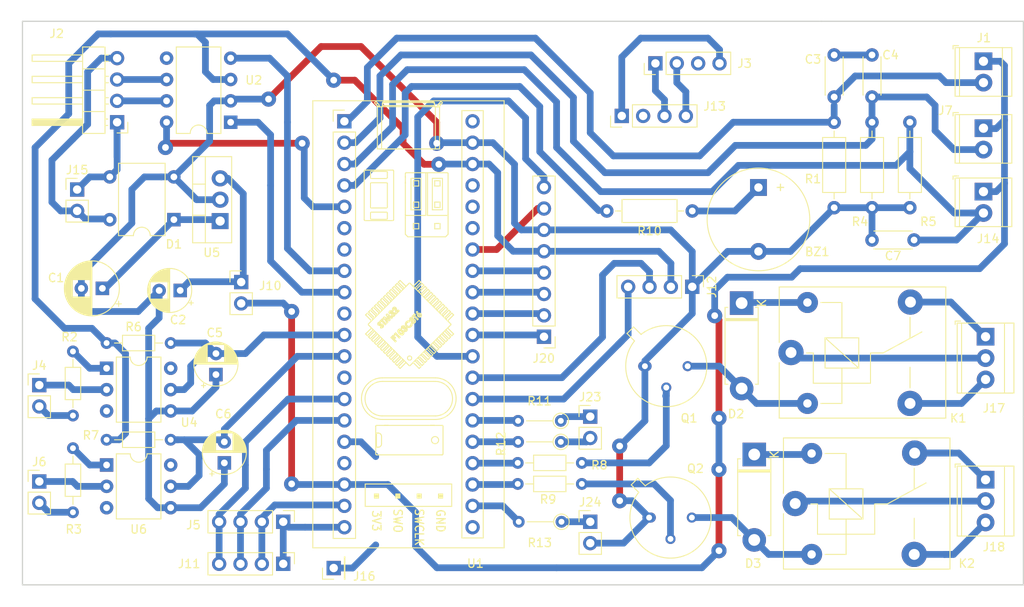
<source format=kicad_pcb>
(kicad_pcb (version 20171130) (host pcbnew 5.1.7)
  (title_block (title stm_intercom_door_sendor_board) (date 2020-10-21) (rev 1.0))
  (layers (0 F.Cu signal) (31 B.Cu signal) (34 B.Paste user) (35 F.Paste user) (36 B.SilkS user) (37 F.SilkS user) (38 B.Mask user) (39 F.Mask user) (44 Edge.Cuts user))
  (net 0 "")
  (net 1 GND)
  (net 2 "Net-(C1-Pad1)")
  (net 3 +5V)
  (net 4 door_sensor_1)
  (net 5 door_sensor_2)
  (net 6 door_bell_1)
  (net 7 door_bell_2)
  (net 8 door_sensor_3)
  (net 9 /Valt1)
  (net 10 /Valt2)
  (net 11 "Net-(D2-Pad1)")
  (net 12 "Net-(D2-Pad2)")
  (net 13 "Net-(D3-Pad1)")
  (net 14 "Net-(D3-Pad2)")
  (net 15 "Net-(J3-Pad3)")
  (net 16 /TX)
  (net 17 /RX)
  (net 18 "Net-(J4-Pad2)")
  (net 19 "Net-(J4-Pad1)")
  (net 20 "Net-(J6-Pad2)")
  (net 21 "Net-(J6-Pad1)")
  (net 22 GND_SCL)
  (net 23 USART2_TX)
  (net 24 USART2_RX)
  (net 25 "Net-(J13-Pad2)")
  (net 26 "Net-(J17-Pad3)")
  (net 27 "Net-(J17-Pad2)")
  (net 28 "Net-(J17-Pad1)")
  (net 29 "Net-(J18-Pad3)")
  (net 30 "Net-(J18-Pad2)")
  (net 31 "Net-(J18-Pad1)")
  (net 32 "Net-(Q1-Pad2)")
  (net 33 "Net-(Q2-Pad2)")
  (net 34 "Net-(R2-Pad1)")
  (net 35 "Net-(R3-Pad1)")
  (net 36 relais1)
  (net 37 relais2)
  (net 38 "Net-(U1-Pad21)")
  (net 39 "Net-(U1-Pad17)")
  (net 40 "Net-(U1-Pad13)")
  (net 41 "Net-(U1-Pad10)")
  (net 42 CAN_TX)
  (net 43 CAN_RX)
  (net 44 CAN_EN)
  (net 45 "Net-(U1-Pad36)")
  (net 46 "Net-(U1-Pad37)")
  (net 47 "Net-(U1-Pad40)")
  (net 48 "Net-(U2-Pad5)")
  (net 49 "Net-(U4-Pad6)")
  (net 50 "Net-(U4-Pad3)")
  (net 51 "Net-(U6-Pad6)")
  (net 52 "Net-(U6-Pad3)")
  (net 53 I2C_SCL)
  (net 54 I2C_SDA)
  (net 55 VCC)
  (net 56 I2C_IRQ)
  (net 57 PN_RSTO)
  (net 58 PN_IRQ)
  (net 59 PN_SS)
  (net 60 PN_MOSI)
  (net 61 PN_MISO)
  (net 62 PN_SCK)
  (net 63 "Net-(BZ1-Pad1)")
  (net 64 /CANL)
  (net 65 /CANH)
  (net 66 buzz)
  (net 67 "Net-(U1-Pad35)")
  (net 68 /LED1)
  (net 69 /LED2)
  (net 70 /LED3)
  (net 71 led1)
  (net 72 led2)
  (net 73 led3)
  (net 74 USART1_RX)
  (net 75 USART1_TX)
  (net 76 /GND_232)
  (net 77 "Net-(C2-Pad1)")
  (net 78 3v3_I2C)
  (module Resistor_THT:R_Axial_DIN0207_L6.3mm_D2.5mm_P10.16mm_Horizontal (layer F.Cu) (at 167.629 75.07 180)
    (fp_text reference R10 (at 5.08 -2.37) (layer F.SilkS))
    (fp_text value R)
    (pad 2 thru_hole oval (at 10.16 0 180) (size 1.6 1.6) (drill 0.8) (layers *.Cu *.Mask) (net 66 buzz))
    (pad 1 thru_hole circle (at 0 0 180) (size 1.6 1.6) (drill 0.8) (layers *.Cu *.Mask) (net 63 "Net-(BZ1-Pad1)"))
  )
  (module Capacitor_THT:CP_Radial_D5.0mm_P2.50mm (layer F.Cu) (at 112 105.02 90)
    (fp_text reference C6 (at 5.82 -0.124 180) (layer F.SilkS))
    (fp_text value C)
    (pad 2 thru_hole circle (at 2.5 0 90) (size 1.6 1.6) (drill 0.8) (layers *.Cu *.Mask) (net 7 door_bell_2))
    (pad 1 thru_hole rect (at 0 0 90) (size 1.6 1.6) (drill 0.8) (layers *.Cu *.Mask) (net 1 GND))
  )
  (module Connector_PinHeader_2.54mm:PinHeader_1x04_P2.54mm_Vertical (layer F.Cu) (at 119 117.02 270)
    (fp_text reference J11 (at 0 11.188 180) (layer F.SilkS))
    (fp_text value Conn_01x04)
    (pad 4 thru_hole oval (at 0 7.62 270) (size 1.7 1.7) (drill 1) (layers *.Cu *.Mask) (net 53 I2C_SCL))
    (pad 3 thru_hole oval (at 0 5.08 270) (size 1.7 1.7) (drill 1) (layers *.Cu *.Mask) (net 54 I2C_SDA))
    (pad 2 thru_hole oval (at 0 2.54 270) (size 1.7 1.7) (drill 1) (layers *.Cu *.Mask) (net 22 GND_SCL))
    (pad 1 thru_hole rect (at 0 0 270) (size 1.7 1.7) (drill 1) (layers *.Cu *.Mask) (net 78 3v3_I2C))
  )
  (module Connector_PinHeader_2.54mm:PinHeader_1x04_P2.54mm_Vertical (layer F.Cu) (at 163.25 57.52 90)
    (fp_text reference J3 (at -0.024 10.602 180) (layer F.SilkS))
    (fp_text value Conn_01x04)
    (pad 4 thru_hole oval (at 0 7.62 90) (size 1.7 1.7) (drill 1) (layers *.Cu *.Mask) (net 76 /GND_232))
    (pad 3 thru_hole oval (at 0 5.08 90) (size 1.7 1.7) (drill 1) (layers *.Cu *.Mask) (net 15 "Net-(J3-Pad3)"))
    (pad 2 thru_hole oval (at 0 2.54 90) (size 1.7 1.7) (drill 1) (layers *.Cu *.Mask) (net 16 /TX))
    (pad 1 thru_hole rect (at 0 0 90) (size 1.7 1.7) (drill 1) (layers *.Cu *.Mask) (net 17 /RX))
  )
  (module Capacitor_THT:C_Disc_D4.3mm_W1.9mm_P5.00mm (layer F.Cu) (at 189 78.52)
    (fp_text reference C7 (at 2.5 1.884) (layer F.SilkS))
    (fp_text value C)
    (pad 2 thru_hole circle (at 5 0) (size 1.6 1.6) (drill 0.8) (layers *.Cu *.Mask) (net 8 door_sensor_3))
    (pad 1 thru_hole circle (at 0 0) (size 1.6 1.6) (drill 0.8) (layers *.Cu *.Mask) (net 1 GND))
  )
  (module Capacitor_THT:C_Disc_D4.3mm_W1.9mm_P5.00mm (layer F.Cu) (at 189 56.52 270)
    (fp_text reference C4 (at 0.008 -2.2 180) (layer F.SilkS))
    (fp_text value C)
    (pad 2 thru_hole circle (at 5 0 270) (size 1.6 1.6) (drill 0.8) (layers *.Cu *.Mask) (net 5 door_sensor_2))
    (pad 1 thru_hole circle (at 0 0 270) (size 1.6 1.6) (drill 0.8) (layers *.Cu *.Mask) (net 1 GND))
  )
  (module Capacitor_THT:C_Disc_D4.3mm_W1.9mm_P5.00mm (layer F.Cu) (at 184.5 56.52 270)
    (fp_text reference C3 (at 0.516 2.52 180) (layer F.SilkS))
    (fp_text value C)
    (pad 2 thru_hole circle (at 5 0 270) (size 1.6 1.6) (drill 0.8) (layers *.Cu *.Mask) (net 4 door_sensor_1))
    (pad 1 thru_hole circle (at 0 0 270) (size 1.6 1.6) (drill 0.8) (layers *.Cu *.Mask) (net 1 GND))
  )
  (module TerminalBlock_TE-Connectivity:TerminalBlock_TE_282834-3_1x03_P2.54mm_Horizontal (layer F.Cu) (at 202.5 107.02 270)
    (fp_text reference J18 (at 8 -1 180) (layer F.SilkS))
    (fp_text value Screw_Terminal_01x03)
    (pad 3 thru_hole circle (at 5.08 0 270) (size 2.1 2.1) (drill 1.1) (layers *.Cu *.Mask) (net 29 "Net-(J18-Pad3)"))
    (pad 2 thru_hole circle (at 2.54 0 270) (size 2.1 2.1) (drill 1.1) (layers *.Cu *.Mask) (net 30 "Net-(J18-Pad2)"))
    (pad 1 thru_hole rect (at 0 0 270) (size 2.1 2.1) (drill 1.1) (layers *.Cu *.Mask) (net 31 "Net-(J18-Pad1)"))
  )
  (module TerminalBlock_TE-Connectivity:TerminalBlock_TE_282834-3_1x03_P2.54mm_Horizontal (layer F.Cu) (at 202.5 90.02 270)
    (fp_text reference J17 (at 8.5 -1 180) (layer F.SilkS))
    (fp_text value Screw_Terminal_01x03)
    (pad 3 thru_hole circle (at 5.08 0 270) (size 2.1 2.1) (drill 1.1) (layers *.Cu *.Mask) (net 26 "Net-(J17-Pad3)"))
    (pad 2 thru_hole circle (at 2.54 0 270) (size 2.1 2.1) (drill 1.1) (layers *.Cu *.Mask) (net 27 "Net-(J17-Pad2)"))
    (pad 1 thru_hole rect (at 0 0 270) (size 2.1 2.1) (drill 1.1) (layers *.Cu *.Mask) (net 28 "Net-(J17-Pad1)"))
  )
  (module TerminalBlock_TE-Connectivity:TerminalBlock_TE_282834-2_1x02_P2.54mm_Horizontal (layer F.Cu) (at 202.25 65.23 270)
    (fp_text reference J7 (at -2.098 4.522 180) (layer F.SilkS))
    (fp_text value Screw_Terminal_01x02)
    (pad 2 thru_hole circle (at 2.54 0 270) (size 2.1 2.1) (drill 1.1) (layers *.Cu *.Mask) (net 5 door_sensor_2))
    (pad 1 thru_hole rect (at 0 0 270) (size 2.1 2.1) (drill 1.1) (layers *.Cu *.Mask) (net 3 +5V))
  )
  (module TerminalBlock_TE-Connectivity:TerminalBlock_TE_282834-2_1x02_P2.54mm_Horizontal (layer F.Cu) (at 202.25 57.27 270)
    (fp_text reference J1 (at -2.774 -0.05 180) (layer F.SilkS))
    (fp_text value Screw_Terminal_01x02)
    (pad 2 thru_hole circle (at 2.54 0 270) (size 2.1 2.1) (drill 1.1) (layers *.Cu *.Mask) (net 4 door_sensor_1))
    (pad 1 thru_hole rect (at 0 0 270) (size 2.1 2.1) (drill 1.1) (layers *.Cu *.Mask) (net 3 +5V))
  )
  (module TerminalBlock_TE-Connectivity:TerminalBlock_TE_282834-2_1x02_P2.54mm_Horizontal (layer F.Cu) (at 202.25 72.77 270)
    (fp_text reference J14 (at 5.602 -0.558 180) (layer F.SilkS))
    (fp_text value Screw_Terminal_01x02)
    (pad 2 thru_hole circle (at 2.54 0 270) (size 2.1 2.1) (drill 1.1) (layers *.Cu *.Mask) (net 8 door_sensor_3))
    (pad 1 thru_hole rect (at 0 0 270) (size 2.1 2.1) (drill 1.1) (layers *.Cu *.Mask) (net 3 +5V))
  )
  (module Connector_PinHeader_2.54mm:PinHeader_1x04_P2.54mm_Vertical (layer F.Cu) (at 167.629 84.087 270)
    (fp_text reference J12 (at 0 -2.33 90) (layer F.SilkS))
    (fp_text value Conn_01x04)
    (pad 4 thru_hole oval (at 0 7.62 270) (size 1.7 1.7) (drill 1) (layers *.Cu *.Mask) (net 23 USART2_TX))
    (pad 3 thru_hole oval (at 0 5.08 270) (size 1.7 1.7) (drill 1) (layers *.Cu *.Mask) (net 24 USART2_RX))
    (pad 2 thru_hole oval (at 0 2.54 270) (size 1.7 1.7) (drill 1) (layers *.Cu *.Mask) (net 55 VCC))
    (pad 1 thru_hole rect (at 0 0 270) (size 1.7 1.7) (drill 1) (layers *.Cu *.Mask) (net 1 GND))
  )
  (module Connector_PinHeader_2.54mm:PinHeader_1x02_P2.54mm_Vertical (layer F.Cu) (at 155.5 112.02)
    (fp_text reference J24 (at 0 -2.33) (layer F.SilkS))
    (fp_text value Conn_01x02)
    (pad 2 thru_hole oval (at 0 2.54) (size 1.7 1.7) (drill 1) (layers *.Cu *.Mask) (net 1 GND))
    (pad 1 thru_hole rect (at 0 0) (size 1.7 1.7) (drill 1) (layers *.Cu *.Mask) (net 70 /LED3))
  )
  (module Connector_PinHeader_2.54mm:PinHeader_1x02_P2.54mm_Vertical (layer F.Cu) (at 155.5 99.52)
    (fp_text reference J23 (at 0 -2.33) (layer F.SilkS))
    (fp_text value Conn_01x02)
    (pad 2 thru_hole oval (at 0 2.54) (size 1.7 1.7) (drill 1) (layers *.Cu *.Mask) (net 69 /LED2))
    (pad 1 thru_hole rect (at 0 0) (size 1.7 1.7) (drill 1) (layers *.Cu *.Mask) (net 68 /LED1))
  )
  (module Resistor_THT:R_Axial_DIN0204_L3.6mm_D1.6mm_P5.08mm_Vertical (layer F.Cu) (at 152 102.52 180)
    (fp_text reference R12 (at 7.104 -0.236 90) (layer F.SilkS))
    (fp_text value 330)
    (pad 2 thru_hole oval (at 5.08 0 180) (size 1.4 1.4) (drill 0.7) (layers *.Cu *.Mask) (net 72 led2))
    (pad 1 thru_hole circle (at 0 0 180) (size 1.4 1.4) (drill 0.7) (layers *.Cu *.Mask) (net 69 /LED2))
  )
  (module Resistor_THT:R_Axial_DIN0204_L3.6mm_D1.6mm_P5.08mm_Vertical (layer F.Cu) (at 152.08 112.02 180)
    (fp_text reference R13 (at 2.58 -2.5) (layer F.SilkS))
    (fp_text value 330)
    (pad 2 thru_hole oval (at 5.08 0 180) (size 1.4 1.4) (drill 0.7) (layers *.Cu *.Mask) (net 73 led3))
    (pad 1 thru_hole circle (at 0 0 180) (size 1.4 1.4) (drill 0.7) (layers *.Cu *.Mask) (net 70 /LED3))
  )
  (module Resistor_THT:R_Axial_DIN0204_L3.6mm_D1.6mm_P5.08mm_Vertical (layer F.Cu) (at 152 100.02 180)
    (fp_text reference R11 (at 2.532 2.344 180) (layer F.SilkS))
    (fp_text value 330)
    (pad 2 thru_hole oval (at 5.08 0 180) (size 1.4 1.4) (drill 0.7) (layers *.Cu *.Mask) (net 71 led1))
    (pad 1 thru_hole circle (at 0 0 180) (size 1.4 1.4) (drill 0.7) (layers *.Cu *.Mask) (net 68 /LED1))
  )
  (module Buzzer_Beeper:Buzzer_12x9.5RM7.6 (layer F.Cu) (at 175.5 72.276 270)
    (fp_text reference BZ1 (at 7.642 -6.988 180) (layer F.SilkS))
    (fp_text value Buzzer)
    (fp_text user + (at -0.01 -2.54 90) (layer F.SilkS))
    (pad 2 thru_hole circle (at 7.6 0 270) (size 2 2) (drill 1) (layers *.Cu *.Mask) (net 1 GND))
    (pad 1 thru_hole rect (at 0 0 270) (size 2 2) (drill 1) (layers *.Cu *.Mask) (net 63 "Net-(BZ1-Pad1)"))
  )
  (module Connector_PinHeader_2.54mm:PinHeader_1x08_P2.54mm_Vertical (layer F.Cu) (at 150 90.02 180)
    (fp_text reference J20 (at 0.024 -2.576) (layer F.SilkS))
    (fp_text value Conn_01x08)
    (pad 8 thru_hole oval (at 0 17.78 180) (size 1.7 1.7) (drill 1) (layers *.Cu *.Mask) (net 57 PN_RSTO))
    (pad 7 thru_hole oval (at 0 15.24 180) (size 1.7 1.7) (drill 1) (layers *.Cu *.Mask) (net 58 PN_IRQ))
    (pad 6 thru_hole oval (at 0 12.7 180) (size 1.7 1.7) (drill 1) (layers *.Cu *.Mask) (net 1 GND))
    (pad 5 thru_hole oval (at 0 10.16 180) (size 1.7 1.7) (drill 1) (layers *.Cu *.Mask) (net 55 VCC))
    (pad 4 thru_hole oval (at 0 7.62 180) (size 1.7 1.7) (drill 1) (layers *.Cu *.Mask) (net 59 PN_SS))
    (pad 3 thru_hole oval (at 0 5.08 180) (size 1.7 1.7) (drill 1) (layers *.Cu *.Mask) (net 60 PN_MOSI))
    (pad 2 thru_hole oval (at 0 2.54 180) (size 1.7 1.7) (drill 1) (layers *.Cu *.Mask) (net 61 PN_MISO))
    (pad 1 thru_hole rect (at 0 0 180) (size 1.7 1.7) (drill 1) (layers *.Cu *.Mask) (net 62 PN_SCK))
  )
  (module Diode_THT:D_5W_P10.16mm_Horizontal (layer F.Cu) (at 175 104.02 270)
    (fp_text reference D3 (at 12.96 0.132 180) (layer F.SilkS))
    (fp_text value D)
    (fp_text user K (at 0 -2.4 90) (layer F.SilkS))
    (pad 2 thru_hole oval (at 10.16 0 270) (size 2.8 2.8) (drill 1.4) (layers *.Cu *.Mask) (net 14 "Net-(D3-Pad2)"))
    (pad 1 thru_hole rect (at 0 0 270) (size 2.8 2.8) (drill 1.4) (layers *.Cu *.Mask) (net 13 "Net-(D3-Pad1)"))
  )
  (module Diode_THT:D_5W_P10.16mm_Horizontal (layer F.Cu) (at 173.5 86.02 270)
    (fp_text reference D2 (at 13.18 0.664 180) (layer F.SilkS))
    (fp_text value D)
    (fp_text user K (at 0 -2.4 90) (layer F.SilkS))
    (pad 2 thru_hole oval (at 10.16 0 270) (size 2.8 2.8) (drill 1.4) (layers *.Cu *.Mask) (net 12 "Net-(D2-Pad2)"))
    (pad 1 thru_hole rect (at 0 0 270) (size 2.8 2.8) (drill 1.4) (layers *.Cu *.Mask) (net 11 "Net-(D2-Pad1)"))
  )
  (module Package_DIP:DIP-6_W7.62mm (layer F.Cu) (at 98 105.27)
    (fp_text reference U6 (at 3.81 7.646) (layer F.SilkS))
    (fp_text value 4N25)
    (pad 6 thru_hole oval (at 7.62 0) (size 1.6 1.6) (drill 0.8) (layers *.Cu *.Mask) (net 51 "Net-(U6-Pad6)"))
    (pad 3 thru_hole oval (at 0 5.08) (size 1.6 1.6) (drill 0.8) (layers *.Cu *.Mask) (net 52 "Net-(U6-Pad3)"))
    (pad 5 thru_hole oval (at 7.62 2.54) (size 1.6 1.6) (drill 0.8) (layers *.Cu *.Mask) (net 7 door_bell_2))
    (pad 2 thru_hole oval (at 0 2.54) (size 1.6 1.6) (drill 0.8) (layers *.Cu *.Mask) (net 21 "Net-(J6-Pad1)"))
    (pad 4 thru_hole oval (at 7.62 5.08) (size 1.6 1.6) (drill 0.8) (layers *.Cu *.Mask) (net 1 GND))
    (pad 1 thru_hole rect (at 0 0) (size 1.6 1.6) (drill 0.8) (layers *.Cu *.Mask) (net 35 "Net-(R3-Pad1)"))
  )
  (module Package_TO_SOT_THT:TO-220-3_Vertical (layer F.Cu) (at 111.5 76.27 90)
    (fp_text reference U5 (at -3.75 -1 180) (layer F.SilkS))
    (fp_text value L7805)
    (pad 3 thru_hole oval (at 5.08 0 90) (size 1.905 2) (drill 1.1) (layers *.Cu *.Mask) (net 77 "Net-(C2-Pad1)"))
    (pad 2 thru_hole oval (at 2.54 0 90) (size 1.905 2) (drill 1.1) (layers *.Cu *.Mask) (net 1 GND))
    (pad 1 thru_hole rect (at 0 0 90) (size 1.905 2) (drill 1.1) (layers *.Cu *.Mask) (net 2 "Net-(C1-Pad1)"))
  )
  (module Package_DIP:DIP-6_W7.62mm (layer F.Cu) (at 98 93.77)
    (fp_text reference U4 (at 9.812 6.446) (layer F.SilkS))
    (fp_text value 4N25)
    (pad 6 thru_hole oval (at 7.62 0) (size 1.6 1.6) (drill 0.8) (layers *.Cu *.Mask) (net 49 "Net-(U4-Pad6)"))
    (pad 3 thru_hole oval (at 0 5.08) (size 1.6 1.6) (drill 0.8) (layers *.Cu *.Mask) (net 50 "Net-(U4-Pad3)"))
    (pad 5 thru_hole oval (at 7.62 2.54) (size 1.6 1.6) (drill 0.8) (layers *.Cu *.Mask) (net 6 door_bell_1))
    (pad 2 thru_hole oval (at 0 2.54) (size 1.6 1.6) (drill 0.8) (layers *.Cu *.Mask) (net 19 "Net-(J4-Pad1)"))
    (pad 4 thru_hole oval (at 7.62 5.08) (size 1.6 1.6) (drill 0.8) (layers *.Cu *.Mask) (net 1 GND))
    (pad 1 thru_hole rect (at 0 0) (size 1.6 1.6) (drill 0.8) (layers *.Cu *.Mask) (net 34 "Net-(R2-Pad1)"))
  )
  (module Package_DIP:DIP-8_W7.62mm (layer F.Cu) (at 112.75 64.52 180)
    (fp_text reference U2 (at -2.75 5) (layer F.SilkS))
    (fp_text value MCP2551-I-P)
    (pad 8 thru_hole oval (at 7.62 0 180) (size 1.6 1.6) (drill 0.8) (layers *.Cu *.Mask) (net 44 CAN_EN))
    (pad 4 thru_hole oval (at 0 7.62 180) (size 1.6 1.6) (drill 0.8) (layers *.Cu *.Mask) (net 43 CAN_RX))
    (pad 7 thru_hole oval (at 7.62 2.54 180) (size 1.6 1.6) (drill 0.8) (layers *.Cu *.Mask) (net 65 /CANH))
    (pad 3 thru_hole oval (at 0 5.08 180) (size 1.6 1.6) (drill 0.8) (layers *.Cu *.Mask) (net 55 VCC))
    (pad 6 thru_hole oval (at 7.62 5.08 180) (size 1.6 1.6) (drill 0.8) (layers *.Cu *.Mask) (net 64 /CANL))
    (pad 2 thru_hole oval (at 0 2.54 180) (size 1.6 1.6) (drill 0.8) (layers *.Cu *.Mask) (net 1 GND))
    (pad 5 thru_hole oval (at 7.62 7.62 180) (size 1.6 1.6) (drill 0.8) (layers *.Cu *.Mask) (net 48 "Net-(U2-Pad5)"))
    (pad 1 thru_hole rect (at 0 0 180) (size 1.6 1.6) (drill 0.8) (layers *.Cu *.Mask) (net 42 CAN_TX))
  )
  (module Footprints:YAAJ_BluePill_1 (layer F.Cu) (at 126.27 64.41)
    (fp_text reference U1 (at 15.578 52.57) (layer F.SilkS))
    (fp_text value YAAJ_BluePill_Part_Like hide)
    (fp_text user GND (at 11.43 47.498 270 unlocked) (layer F.SilkS) (effects (font (size 1 0.9))))
    (fp_text user SWCLK (at 8.89 48.26 270 unlocked) (layer F.SilkS) (effects (font (size 1 0.9))))
    (fp_text user SWO (at 6.35 47.498 270 unlocked) (layer F.SilkS) (effects (font (size 1 0.9))))
    (fp_text user 3V3 (at 3.81 47.498 270 unlocked) (layer F.SilkS) (effects (font (size 1 0.9))))
    (pad 20 thru_hole circle (at 0 48.26) (size 1.7 1.7) (drill 1) (layers *.Cu *.Mask) (net 78 3v3_I2C))
    (pad 21 thru_hole circle (at 15.24 48.26) (size 1.7 1.7) (drill 1) (layers *.Cu *.Mask) (net 38 "Net-(U1-Pad21)"))
    (pad 19 thru_hole circle (at 0 45.72) (size 1.7 1.7) (drill 1) (layers *.Cu *.Mask) (net 22 GND_SCL))
    (pad 22 thru_hole circle (at 15.24 45.72) (size 1.7 1.7) (drill 1) (layers *.Cu *.Mask) (net 73 led3))
    (pad 18 thru_hole circle (at 0 43.18) (size 1.7 1.7) (drill 1) (layers *.Cu *.Mask) (net 3 +5V))
    (pad 23 thru_hole circle (at 15.24 43.18) (size 1.7 1.7) (drill 1) (layers *.Cu *.Mask) (net 37 relais2))
    (pad 17 thru_hole circle (at 0 40.64) (size 1.7 1.7) (drill 1) (layers *.Cu *.Mask) (net 39 "Net-(U1-Pad17)"))
    (pad 24 thru_hole circle (at 15.24 40.64) (size 1.7 1.7) (drill 1) (layers *.Cu *.Mask) (net 36 relais1))
    (pad 16 thru_hole circle (at 0 38.1) (size 1.7 1.7) (drill 1) (layers *.Cu *.Mask) (net 56 I2C_IRQ))
    (pad 25 thru_hole circle (at 15.24 38.1) (size 1.7 1.7) (drill 1) (layers *.Cu *.Mask) (net 72 led2))
    (pad 15 thru_hole circle (at 0 35.56) (size 1.7 1.7) (drill 1) (layers *.Cu *.Mask) (net 54 I2C_SDA))
    (pad 26 thru_hole circle (at 15.24 35.56) (size 1.7 1.7) (drill 1) (layers *.Cu *.Mask) (net 71 led1))
    (pad 14 thru_hole circle (at 0 33.02) (size 1.7 1.7) (drill 1) (layers *.Cu *.Mask) (net 53 I2C_SCL))
    (pad 27 thru_hole circle (at 15.24 33.02) (size 1.7 1.7) (drill 1) (layers *.Cu *.Mask) (net 23 USART2_TX))
    (pad 13 thru_hole circle (at 0 30.48) (size 1.7 1.7) (drill 1) (layers *.Cu *.Mask) (net 40 "Net-(U1-Pad13)"))
    (pad 28 thru_hole circle (at 15.24 30.48) (size 1.7 1.7) (drill 1) (layers *.Cu *.Mask) (net 24 USART2_RX))
    (pad 12 thru_hole circle (at 0 27.94) (size 1.7 1.7) (drill 1) (layers *.Cu *.Mask) (net 7 door_bell_2))
    (pad 29 thru_hole circle (at 15.24 27.94) (size 1.7 1.7) (drill 1) (layers *.Cu *.Mask) (net 57 PN_RSTO))
    (pad 11 thru_hole circle (at 0 25.4) (size 1.7 1.7) (drill 1) (layers *.Cu *.Mask) (net 6 door_bell_1))
    (pad 30 thru_hole circle (at 15.24 25.4) (size 1.7 1.7) (drill 1) (layers *.Cu *.Mask) (net 62 PN_SCK))
    (pad 10 thru_hole circle (at 0 22.86) (size 1.7 1.7) (drill 1) (layers *.Cu *.Mask) (net 41 "Net-(U1-Pad10)"))
    (pad 31 thru_hole circle (at 15.24 22.86) (size 1.7 1.7) (drill 1) (layers *.Cu *.Mask) (net 61 PN_MISO))
    (pad 9 thru_hole circle (at 0 20.32) (size 1.7 1.7) (drill 1) (layers *.Cu *.Mask) (net 42 CAN_TX))
    (pad 32 thru_hole circle (at 15.24 20.32) (size 1.7 1.7) (drill 1) (layers *.Cu *.Mask) (net 60 PN_MOSI))
    (pad 8 thru_hole circle (at 0 17.78) (size 1.7 1.7) (drill 1) (layers *.Cu *.Mask) (net 43 CAN_RX))
    (pad 33 thru_hole circle (at 15.24 17.78) (size 1.7 1.7) (drill 1) (layers *.Cu *.Mask) (net 59 PN_SS))
    (pad 7 thru_hole circle (at 0 15.24) (size 1.7 1.7) (drill 1) (layers *.Cu *.Mask) (net 74 USART1_RX))
    (pad 34 thru_hole circle (at 15.24 15.24) (size 1.7 1.7) (drill 1) (layers *.Cu *.Mask) (net 58 PN_IRQ))
    (pad 6 thru_hole circle (at 0 12.7) (size 1.7 1.7) (drill 1) (layers *.Cu *.Mask) (net 75 USART1_TX))
    (pad 35 thru_hole circle (at 15.24 12.7) (size 1.7 1.7) (drill 1) (layers *.Cu *.Mask) (net 67 "Net-(U1-Pad35)"))
    (pad 5 thru_hole circle (at 0 10.16) (size 1.7 1.7) (drill 1) (layers *.Cu *.Mask) (net 44 CAN_EN))
    (pad 36 thru_hole circle (at 15.24 10.16) (size 1.7 1.7) (drill 1) (layers *.Cu *.Mask) (net 45 "Net-(U1-Pad36)"))
    (pad 4 thru_hole circle (at 0 7.62) (size 1.7 1.7) (drill 1) (layers *.Cu *.Mask) (net 66 buzz))
    (pad 37 thru_hole circle (at 15.24 7.62) (size 1.7 1.7) (drill 1) (layers *.Cu *.Mask) (net 46 "Net-(U1-Pad37)"))
    (pad 3 thru_hole circle (at 0 5.08) (size 1.7 1.7) (drill 1) (layers *.Cu *.Mask) (net 8 door_sensor_3))
    (pad 38 thru_hole circle (at 15.24 5.08) (size 1.7 1.7) (drill 1) (layers *.Cu *.Mask) (net 55 VCC))
    (pad 2 thru_hole circle (at 0 2.54) (size 1.7 1.7) (drill 1) (layers *.Cu *.Mask) (net 5 door_sensor_2))
    (pad 39 thru_hole circle (at 15.24 2.54) (size 1.7 1.7) (drill 1) (layers *.Cu *.Mask) (net 1 GND))
    (pad 1 thru_hole rect (at 0 0) (size 1.7 1.7) (drill 1) (layers *.Cu *.Mask) (net 4 door_sensor_1))
    (pad 40 thru_hole circle (at 15.24 0) (size 1.7 1.7) (drill 1) (layers *.Cu *.Mask) (net 47 "Net-(U1-Pad40)"))
  )
  (module Resistor_THT:R_Axial_DIN0204_L3.6mm_D1.6mm_P7.62mm_Horizontal (layer F.Cu) (at 154.5 107.52 180)
    (fp_text reference R9 (at 4.016 -1.84) (layer F.SilkS))
    (fp_text value 330)
    (pad 2 thru_hole oval (at 7.62 0 180) (size 1.4 1.4) (drill 0.7) (layers *.Cu *.Mask) (net 37 relais2))
    (pad 1 thru_hole circle (at 0 0 180) (size 1.4 1.4) (drill 0.7) (layers *.Cu *.Mask) (net 33 "Net-(Q2-Pad2)"))
  )
  (module Resistor_THT:R_Axial_DIN0204_L3.6mm_D1.6mm_P7.62mm_Horizontal (layer F.Cu) (at 154.5 105.02 180)
    (fp_text reference R8 (at -2.08 -0.276) (layer F.SilkS))
    (fp_text value 330)
    (pad 2 thru_hole oval (at 7.62 0 180) (size 1.4 1.4) (drill 0.7) (layers *.Cu *.Mask) (net 36 relais1))
    (pad 1 thru_hole circle (at 0 0 180) (size 1.4 1.4) (drill 0.7) (layers *.Cu *.Mask) (net 32 "Net-(Q1-Pad2)"))
  )
  (module Resistor_THT:R_Axial_DIN0204_L3.6mm_D1.6mm_P7.62mm_Horizontal (layer F.Cu) (at 98 102.27)
    (fp_text reference R7 (at -1.872 -0.53) (layer F.SilkS))
    (fp_text value 330)
    (pad 2 thru_hole oval (at 7.62 0) (size 1.4 1.4) (drill 0.7) (layers *.Cu *.Mask) (net 7 door_bell_2))
    (pad 1 thru_hole circle (at 0 0) (size 1.4 1.4) (drill 0.7) (layers *.Cu *.Mask) (net 55 VCC))
  )
  (module Resistor_THT:R_Axial_DIN0204_L3.6mm_D1.6mm_P7.62mm_Horizontal (layer F.Cu) (at 98 90.77)
    (fp_text reference R6 (at 3.208 -1.92) (layer F.SilkS))
    (fp_text value 330)
    (pad 2 thru_hole oval (at 7.62 0) (size 1.4 1.4) (drill 0.7) (layers *.Cu *.Mask) (net 6 door_bell_1))
    (pad 1 thru_hole circle (at 0 0) (size 1.4 1.4) (drill 0.7) (layers *.Cu *.Mask) (net 55 VCC))
  )
  (module Resistor_THT:R_Axial_DIN0207_L6.3mm_D2.5mm_P10.16mm_Horizontal (layer F.Cu) (at 193.5 64.52 270)
    (fp_text reference R5 (at 11.82 -2.196 180) (layer F.SilkS))
    (fp_text value 10k)
    (pad 2 thru_hole oval (at 10.16 0 270) (size 1.6 1.6) (drill 0.8) (layers *.Cu *.Mask) (net 1 GND))
    (pad 1 thru_hole circle (at 0 0 270) (size 1.6 1.6) (drill 0.8) (layers *.Cu *.Mask) (net 8 door_sensor_3))
  )
  (module Resistor_THT:R_Axial_DIN0207_L6.3mm_D2.5mm_P10.16mm_Horizontal (layer F.Cu) (at 189 64.52 270)
    (fp_text reference R4 (at 11.82 1.432 180) (layer F.SilkS))
    (fp_text value 10k)
    (pad 2 thru_hole oval (at 10.16 0 270) (size 1.6 1.6) (drill 0.8) (layers *.Cu *.Mask) (net 1 GND))
    (pad 1 thru_hole circle (at 0 0 270) (size 1.6 1.6) (drill 0.8) (layers *.Cu *.Mask) (net 5 door_sensor_2))
  )
  (module Resistor_THT:R_Axial_DIN0204_L3.6mm_D1.6mm_P7.62mm_Horizontal (layer F.Cu) (at 94 103.27 270)
    (fp_text reference R3 (at 9.646 -0.096 180) (layer F.SilkS))
    (fp_text value 330)
    (pad 2 thru_hole oval (at 7.62 0 270) (size 1.4 1.4) (drill 0.7) (layers *.Cu *.Mask) (net 20 "Net-(J6-Pad2)"))
    (pad 1 thru_hole circle (at 0 0 270) (size 1.4 1.4) (drill 0.7) (layers *.Cu *.Mask) (net 35 "Net-(R3-Pad1)"))
  )
  (module Resistor_THT:R_Axial_DIN0204_L3.6mm_D1.6mm_P7.62mm_Horizontal (layer F.Cu) (at 94 91.77 270)
    (fp_text reference R2 (at -1.714 0.412 180) (layer F.SilkS))
    (fp_text value 330)
    (pad 2 thru_hole oval (at 7.62 0 270) (size 1.4 1.4) (drill 0.7) (layers *.Cu *.Mask) (net 18 "Net-(J4-Pad2)"))
    (pad 1 thru_hole circle (at 0 0 270) (size 1.4 1.4) (drill 0.7) (layers *.Cu *.Mask) (net 34 "Net-(R2-Pad1)"))
  )
  (module Resistor_THT:R_Axial_DIN0207_L6.3mm_D2.5mm_P10.16mm_Horizontal (layer F.Cu) (at 184.5 64.52 270)
    (fp_text reference R1 (at 6.74 2.52 180) (layer F.SilkS))
    (fp_text value 10k)
    (pad 2 thru_hole oval (at 10.16 0 270) (size 1.6 1.6) (drill 0.8) (layers *.Cu *.Mask) (net 1 GND))
    (pad 1 thru_hole circle (at 0 0 270) (size 1.6 1.6) (drill 0.8) (layers *.Cu *.Mask) (net 4 door_sensor_1))
  )
  (module Package_TO_SOT_THT:TO-39-3 (layer F.Cu) (at 162.5 111.52)
    (fp_text reference Q2 (at 5.5 -5.82) (layer F.SilkS))
    (fp_text value 2N2219)
    (pad 3 thru_hole oval (at 5.08 0) (size 1.2 1.2) (drill 0.7) (layers *.Cu *.Mask) (net 14 "Net-(D3-Pad2)"))
    (pad 2 thru_hole oval (at 2.54 2.54) (size 1.2 1.2) (drill 0.7) (layers *.Cu *.Mask) (net 33 "Net-(Q2-Pad2)"))
    (pad 1 thru_hole oval (at 0 0) (size 1.6 1.2) (drill 0.7) (layers *.Cu *.Mask) (net 1 GND))
  )
  (module Package_TO_SOT_THT:TO-39-3 (layer F.Cu) (at 162 93.52)
    (fp_text reference Q1 (at 5.248 6.188) (layer F.SilkS))
    (fp_text value 2N2219)
    (pad 3 thru_hole oval (at 5.08 0) (size 1.2 1.2) (drill 0.7) (layers *.Cu *.Mask) (net 12 "Net-(D2-Pad2)"))
    (pad 2 thru_hole oval (at 2.54 2.54) (size 1.2 1.2) (drill 0.7) (layers *.Cu *.Mask) (net 32 "Net-(Q1-Pad2)"))
    (pad 1 thru_hole oval (at 0 0) (size 1.6 1.2) (drill 0.7) (layers *.Cu *.Mask) (net 1 GND))
  )
  (module Relay_THT:Relay_SPDT_SANYOU_SRD_Series_Form_C (layer F.Cu) (at 179.87 109.85)
    (fp_text reference K2 (at 20.398 7.13) (layer F.SilkS))
    (fp_text value SANYOU_SRD_Form_C)
    (pad 1 thru_hole circle (at 0 0 90) (size 3 3) (drill 1.3) (layers *.Cu *.Mask) (net 30 "Net-(J18-Pad2)"))
    (pad 5 thru_hole circle (at 1.95 -5.95 90) (size 2.5 2.5) (drill 1) (layers *.Cu *.Mask) (net 13 "Net-(D3-Pad1)"))
    (pad 4 thru_hole circle (at 14.2 -6 90) (size 3 3) (drill 1.3) (layers *.Cu *.Mask) (net 31 "Net-(J18-Pad1)"))
    (pad 3 thru_hole circle (at 14.15 6.05 90) (size 3 3) (drill 1.3) (layers *.Cu *.Mask) (net 29 "Net-(J18-Pad3)"))
    (pad 2 thru_hole circle (at 1.95 6.05 90) (size 2.5 2.5) (drill 1) (layers *.Cu *.Mask) (net 14 "Net-(D3-Pad2)"))
  )
  (module Relay_THT:Relay_SPDT_SANYOU_SRD_Series_Form_C (layer F.Cu) (at 179.37 91.9)
    (fp_text reference K1 (at 19.882 7.808) (layer F.SilkS))
    (fp_text value SANYOU_SRD_Form_C)
    (pad 1 thru_hole circle (at 0 0 90) (size 3 3) (drill 1.3) (layers *.Cu *.Mask) (net 27 "Net-(J17-Pad2)"))
    (pad 5 thru_hole circle (at 1.95 -5.95 90) (size 2.5 2.5) (drill 1) (layers *.Cu *.Mask) (net 11 "Net-(D2-Pad1)"))
    (pad 4 thru_hole circle (at 14.2 -6 90) (size 3 3) (drill 1.3) (layers *.Cu *.Mask) (net 28 "Net-(J17-Pad1)"))
    (pad 3 thru_hole circle (at 14.15 6.05 90) (size 3 3) (drill 1.3) (layers *.Cu *.Mask) (net 26 "Net-(J17-Pad3)"))
    (pad 2 thru_hole circle (at 1.95 6.05 90) (size 2.5 2.5) (drill 1) (layers *.Cu *.Mask) (net 12 "Net-(D2-Pad2)"))
  )
  (module Connector_PinHeader_2.54mm:PinHeader_1x01_P2.54mm_Vertical (layer F.Cu) (at 125 117.52 90)
    (fp_text reference J16 (at -0.984 3.64 180) (layer F.SilkS))
    (fp_text value Conn_01x01)
    (pad 1 thru_hole rect (at 0 0 90) (size 1.7 1.7) (drill 1) (layers *.Cu *.Mask) (net 56 I2C_IRQ))
  )
  (module Connector_PinHeader_2.54mm:PinHeader_1x02_P2.54mm_Vertical (layer F.Cu) (at 94.5 72.52)
    (fp_text reference J15 (at 0 -2.33) (layer F.SilkS))
    (fp_text value Conn_01x02)
    (pad 2 thru_hole oval (at 0 2.54) (size 1.7 1.7) (drill 1) (layers *.Cu *.Mask) (net 10 /Valt2))
    (pad 1 thru_hole rect (at 0 0) (size 1.7 1.7) (drill 1) (layers *.Cu *.Mask) (net 9 /Valt1))
  )
  (module Connector_PinHeader_2.54mm:PinHeader_1x04_P2.54mm_Vertical (layer F.Cu) (at 159.25 63.77 90)
    (fp_text reference J13 (at 1.146 11.046 180) (layer F.SilkS))
    (fp_text value Conn_01x04)
    (pad 4 thru_hole oval (at 0 7.62 90) (size 1.7 1.7) (drill 1) (layers *.Cu *.Mask) (net 16 /TX))
    (pad 3 thru_hole oval (at 0 5.08 90) (size 1.7 1.7) (drill 1) (layers *.Cu *.Mask) (net 17 /RX))
    (pad 2 thru_hole oval (at 0 2.54 90) (size 1.7 1.7) (drill 1) (layers *.Cu *.Mask) (net 25 "Net-(J13-Pad2)"))
    (pad 1 thru_hole rect (at 0 0 90) (size 1.7 1.7) (drill 1) (layers *.Cu *.Mask) (net 76 /GND_232))
  )
  (module Connector_PinHeader_2.54mm:PinHeader_1x02_P2.54mm_Vertical (layer F.Cu) (at 114 83.52)
    (fp_text reference J10 (at 3.464 0.44) (layer F.SilkS))
    (fp_text value Conn_01x02)
    (pad 2 thru_hole oval (at 0 2.54) (size 1.7 1.7) (drill 1) (layers *.Cu *.Mask) (net 3 +5V))
    (pad 1 thru_hole rect (at 0 0) (size 1.7 1.7) (drill 1) (layers *.Cu *.Mask) (net 77 "Net-(C2-Pad1)"))
  )
  (module Connector_PinHeader_2.54mm:PinHeader_1x02_P2.54mm_Vertical (layer F.Cu) (at 90 107.23)
    (fp_text reference J6 (at 0 -2.33) (layer F.SilkS))
    (fp_text value Conn_01x02)
    (pad 2 thru_hole oval (at 0 2.54) (size 1.7 1.7) (drill 1) (layers *.Cu *.Mask) (net 20 "Net-(J6-Pad2)"))
    (pad 1 thru_hole rect (at 0 0) (size 1.7 1.7) (drill 1) (layers *.Cu *.Mask) (net 21 "Net-(J6-Pad1)"))
  )
  (module Connector_PinHeader_2.54mm:PinHeader_1x04_P2.54mm_Vertical (layer F.Cu) (at 119 112.02 270)
    (fp_text reference J5 (at 0.388 10.68 180) (layer F.SilkS))
    (fp_text value Conn_01x04)
    (pad 4 thru_hole oval (at 0 7.62 270) (size 1.7 1.7) (drill 1) (layers *.Cu *.Mask) (net 53 I2C_SCL))
    (pad 3 thru_hole oval (at 0 5.08 270) (size 1.7 1.7) (drill 1) (layers *.Cu *.Mask) (net 54 I2C_SDA))
    (pad 2 thru_hole oval (at 0 2.54 270) (size 1.7 1.7) (drill 1) (layers *.Cu *.Mask) (net 22 GND_SCL))
    (pad 1 thru_hole rect (at 0 0 270) (size 1.7 1.7) (drill 1) (layers *.Cu *.Mask) (net 78 3v3_I2C))
  )
  (module Connector_PinHeader_2.54mm:PinHeader_1x02_P2.54mm_Vertical (layer F.Cu) (at 90 95.77)
    (fp_text reference J4 (at 0 -2.33) (layer F.SilkS))
    (fp_text value Conn_01x02)
    (pad 2 thru_hole oval (at 0 2.54) (size 1.7 1.7) (drill 1) (layers *.Cu *.Mask) (net 18 "Net-(J4-Pad2)"))
    (pad 1 thru_hole rect (at 0 0) (size 1.7 1.7) (drill 1) (layers *.Cu *.Mask) (net 19 "Net-(J4-Pad1)"))
  )
  (module Connector_PinHeader_2.54mm:PinHeader_1x04_P2.54mm_Horizontal (layer F.Cu) (at 99.25 64.52 180)
    (fp_text reference J2 (at 7.186 10.532) (layer F.SilkS))
    (fp_text value Conn_01x04)
    (pad 4 thru_hole oval (at 0 7.62 180) (size 1.7 1.7) (drill 1) (layers *.Cu *.Mask) (net 10 /Valt2))
    (pad 3 thru_hole oval (at 0 5.08 180) (size 1.7 1.7) (drill 1) (layers *.Cu *.Mask) (net 64 /CANL))
    (pad 2 thru_hole oval (at 0 2.54 180) (size 1.7 1.7) (drill 1) (layers *.Cu *.Mask) (net 65 /CANH))
    (pad 1 thru_hole rect (at 0 0 180) (size 1.7 1.7) (drill 1) (layers *.Cu *.Mask) (net 9 /Valt1))
  )
  (module Diode_THT:Diode_Bridge_DIP-4_W7.62mm_P5.08mm (layer F.Cu) (at 106 76.1 180)
    (fp_text reference D1 (at 0 -2.92) (layer F.SilkS))
    (fp_text value D_Bridge_+-AA)
    (pad 1 thru_hole rect (at 0 0 180) (size 1.6 1.6) (drill 0.8) (layers *.Cu *.Mask) (net 2 "Net-(C1-Pad1)"))
    (pad 3 thru_hole oval (at 7.62 5.08 180) (size 1.6 1.6) (drill 0.8) (layers *.Cu *.Mask) (net 9 /Valt1))
    (pad 2 thru_hole oval (at 0 5.08 180) (size 1.6 1.6) (drill 0.8) (layers *.Cu *.Mask) (net 1 GND))
    (pad 4 thru_hole oval (at 7.62 0 180) (size 1.6 1.6) (drill 0.8) (layers *.Cu *.Mask) (net 10 /Valt2))
  )
  (module Capacitor_THT:CP_Radial_D5.0mm_P2.50mm (layer F.Cu) (at 111 94.52 90)
    (fp_text reference C5 (at 4.972 -0.14 180) (layer F.SilkS))
    (fp_text value C)
    (pad 2 thru_hole circle (at 2.5 0 90) (size 1.6 1.6) (drill 0.8) (layers *.Cu *.Mask) (net 6 door_bell_1))
    (pad 1 thru_hole rect (at 0 0 90) (size 1.6 1.6) (drill 0.8) (layers *.Cu *.Mask) (net 1 GND))
  )
  (module Capacitor_THT:CP_Radial_D5.0mm_P2.50mm (layer F.Cu) (at 106.75 84.52 180)
    (fp_text reference C2 (at 0.25 -3.5) (layer F.SilkS))
    (fp_text value CAP)
    (pad 2 thru_hole circle (at 2.5 0 180) (size 1.6 1.6) (drill 0.8) (layers *.Cu *.Mask) (net 1 GND))
    (pad 1 thru_hole rect (at 0 0 180) (size 1.6 1.6) (drill 0.8) (layers *.Cu *.Mask) (net 77 "Net-(C2-Pad1)"))
  )
  (module Capacitor_THT:CP_Radial_D6.3mm_P2.50mm (layer F.Cu) (at 97.5 84.27 180)
    (fp_text reference C1 (at 5.5 1.25) (layer F.SilkS))
    (fp_text value CAP)
    (pad 2 thru_hole circle (at 2.5 0 180) (size 1.6 1.6) (drill 0.8) (layers *.Cu *.Mask) (net 1 GND))
    (pad 1 thru_hole rect (at 0 0 180) (size 1.6 1.6) (drill 0.8) (layers *.Cu *.Mask) (net 2 "Net-(C1-Pad1)"))
  )
  (gr_line (start 88 52.52) (end 88 119.52) (layer Edge.Cuts) (width 0.15))
  (gr_line (start 207 99.52) (end 207 119.52) (layer Edge.Cuts) (width 0.15))
  (gr_line (start 207 52.52) (end 207 99.52) (layer Edge.Cuts) (width 0.15))
  (gr_line (start 183 52.52) (end 207 52.52) (layer Edge.Cuts) (width 0.15))
  (gr_line (start 88 52.52) (end 183 52.52) (layer Edge.Cuts) (width 0.15))
  (gr_line (start 88 119.52) (end 207 119.52) (layer Edge.Cuts) (width 0.15))
  (segment (start 143.93 66.95) (end 141.51 66.95) (width 0.8) (layer B.Cu) (net 1))
  (segment (start 146.5 69.52) (end 143.93 66.95) (width 0.8) (layer B.Cu) (net 1))
  (segment (start 146.5 76.52) (end 146.5 69.52) (width 0.8) (layer B.Cu) (net 1))
  (segment (start 147.3 77.32) (end 146.5 76.52) (width 0.8) (layer B.Cu) (net 1))
  (segment (start 150 77.32) (end 147.3 77.32) (width 0.8) (layer B.Cu) (net 1))
  (segment (start 105.62 98.85) (end 103.92 98.85) (width 0.8) (layer B.Cu) (net 1))
  (segment (start 103.92 98.85) (end 103 99.77) (width 0.8) (layer B.Cu) (net 1))
  (segment (start 103 99.77) (end 103 109.27) (width 0.8) (layer B.Cu) (net 1))
  (segment (start 104.08 110.35) (end 105.62 110.35) (width 0.8) (layer B.Cu) (net 1))
  (segment (start 103 109.27) (end 104.08 110.35) (width 0.8) (layer B.Cu) (net 1))
  (segment (start 105.7 98.77) (end 105.62 98.85) (width 0.8) (layer B.Cu) (net 1))
  (segment (start 159.46 114.56) (end 162.5 111.52) (width 0.8) (layer B.Cu) (net 1))
  (segment (start 155.5 114.56) (end 159.46 114.56) (width 0.8) (layer B.Cu) (net 1))
  (via (at 159 103.02) (size 1.8) (drill 0.8) (layers F.Cu B.Cu) (net 1))
  (segment (start 162 100.02) (end 159 103.02) (width 0.8) (layer B.Cu) (net 1))
  (segment (start 162 93.52) (end 162 100.02) (width 0.8) (layer B.Cu) (net 1))
  (via (at 159 109.52) (size 1.8) (drill 0.8) (layers F.Cu B.Cu) (net 1))
  (segment (start 159 103.02) (end 159 109.52) (width 0.8) (layer F.Cu) (net 1))
  (segment (start 160.5 109.52) (end 162.5 111.52) (width 0.8) (layer B.Cu) (net 1))
  (segment (start 159 109.52) (end 160.5 109.52) (width 0.8) (layer B.Cu) (net 1))
  (segment (start 137.32 66.95) (end 137.25 67.02) (width 0.8) (layer B.Cu) (net 1))
  (via (at 137.25 67.02) (size 1.8) (drill 0.8) (layers F.Cu B.Cu) (net 1))
  (segment (start 141.51 66.95) (end 137.32 66.95) (width 0.8) (layer B.Cu) (net 1))
  (via (at 117.25 61.77) (size 1.8) (drill 0.8) (layers F.Cu B.Cu) (net 1))
  (segment (start 112.96 61.77) (end 112.75 61.98) (width 0.8) (layer B.Cu) (net 1))
  (segment (start 117.25 61.77) (end 112.96 61.77) (width 0.8) (layer B.Cu) (net 1))
  (segment (start 137.25 64.52) (end 137.25 67.02) (width 0.8) (layer F.Cu) (net 1))
  (segment (start 128.25 55.52) (end 137.25 64.52) (width 0.8) (layer F.Cu) (net 1))
  (segment (start 123.5 55.52) (end 128.25 55.52) (width 0.8) (layer F.Cu) (net 1))
  (segment (start 117.25 61.77) (end 123.5 55.52) (width 0.8) (layer F.Cu) (net 1))
  (segment (start 95 84.27) (end 95 86.02) (width 0.8) (layer B.Cu) (net 1))
  (segment (start 95 86.02) (end 96 87.02) (width 0.8) (layer B.Cu) (net 1))
  (segment (start 101.75 87.02) (end 104.25 84.52) (width 0.8) (layer B.Cu) (net 1))
  (segment (start 96 87.02) (end 101.75 87.02) (width 0.8) (layer B.Cu) (net 1))
  (segment (start 104.25 87.77) (end 104.25 84.52) (width 0.8) (layer B.Cu) (net 1))
  (segment (start 103 89.02) (end 104.25 87.77) (width 0.8) (layer B.Cu) (net 1))
  (segment (start 103 99.77) (end 103 89.02) (width 0.8) (layer B.Cu) (net 1))
  (segment (start 105.62 98.85) (end 108.17 98.85) (width 0.8) (layer B.Cu) (net 1))
  (segment (start 111 96.02) (end 111 94.52) (width 0.8) (layer B.Cu) (net 1))
  (segment (start 108.17 98.85) (end 111 96.02) (width 0.8) (layer B.Cu) (net 1))
  (segment (start 109.17 110.35) (end 112 107.52) (width 0.8) (layer B.Cu) (net 1))
  (segment (start 105.62 110.35) (end 109.17 110.35) (width 0.8) (layer B.Cu) (net 1))
  (segment (start 95 84.27) (end 95 82.52) (width 0.8) (layer B.Cu) (net 1))
  (segment (start 95 82.52) (end 101 76.52) (width 0.8) (layer B.Cu) (net 1))
  (segment (start 101 76.52) (end 101 72.52) (width 0.8) (layer B.Cu) (net 1))
  (segment (start 102.5 71.02) (end 104.5 71.02) (width 0.8) (layer B.Cu) (net 1))
  (segment (start 101 72.52) (end 102.5 71.02) (width 0.8) (layer B.Cu) (net 1))
  (segment (start 112 105.02) (end 112 107.52) (width 0.8) (layer B.Cu) (net 1))
  (segment (start 189 56.52) (end 184.5 56.52) (width 0.8) (layer B.Cu) (net 1))
  (segment (start 184.5 74.68) (end 193.5 74.68) (width 0.8) (layer B.Cu) (net 1))
  (segment (start 189 74.68) (end 189 78.52) (width 0.8) (layer B.Cu) (net 1))
  (segment (start 104.5 71.02) (end 106 71.02) (width 0.8) (layer B.Cu) (net 1))
  (segment (start 108.71 73.73) (end 106 71.02) (width 0.8) (layer B.Cu) (net 1))
  (segment (start 111.5 73.73) (end 108.71 73.73) (width 0.8) (layer B.Cu) (net 1))
  (segment (start 110.79 61.98) (end 112.75 61.98) (width 0.8) (layer B.Cu) (net 1))
  (segment (start 110.25 62.52) (end 110.79 61.98) (width 0.8) (layer B.Cu) (net 1))
  (segment (start 110.25 66.77) (end 110.25 62.52) (width 0.8) (layer B.Cu) (net 1))
  (segment (start 106 71.02) (end 110.25 66.77) (width 0.8) (layer B.Cu) (net 1))
  (segment (start 162 93.52) (end 162 92.891) (width 0.8) (layer B.Cu) (net 1))
  (segment (start 167.629 87.262) (end 167.629 84.087) (width 0.8) (layer B.Cu) (net 1))
  (segment (start 162 92.891) (end 167.629 87.262) (width 0.8) (layer B.Cu) (net 1))
  (segment (start 150 77.32) (end 165.053 77.32) (width 0.8) (layer B.Cu) (net 1))
  (segment (start 167.629 79.896) (end 167.629 84.087) (width 0.8) (layer B.Cu) (net 1))
  (segment (start 165.053 77.32) (end 167.629 79.896) (width 0.8) (layer B.Cu) (net 1))
  (segment (start 170.846 80.87) (end 167.629 84.087) (width 0.8) (layer B.Cu) (net 1))
  (segment (start 171.84 79.876) (end 175.5 79.876) (width 0.8) (layer B.Cu) (net 1))
  (segment (start 167.629 84.087) (end 171.84 79.876) (width 0.8) (layer B.Cu) (net 1))
  (segment (start 179.304 79.876) (end 184.5 74.68) (width 0.8) (layer B.Cu) (net 1))
  (segment (start 175.5 79.876) (end 179.304 79.876) (width 0.8) (layer B.Cu) (net 1))
  (segment (start 97.83 84.27) (end 106 76.1) (width 0.8) (layer B.Cu) (net 2))
  (segment (start 97.5 84.27) (end 97.83 84.27) (width 0.8) (layer B.Cu) (net 2))
  (segment (start 111.33 76.1) (end 111.5 76.27) (width 0.8) (layer B.Cu) (net 2))
  (segment (start 106 76.1) (end 111.33 76.1) (width 0.8) (layer B.Cu) (net 2))
  (segment (start 204.25 57.27) (end 202.25 57.27) (width 0.8) (layer B.Cu) (net 3))
  (segment (start 204.75 57.77) (end 204.25 57.27) (width 0.8) (layer B.Cu) (net 3))
  (segment (start 203.75 65.27) (end 204.75 64.27) (width 0.8) (layer B.Cu) (net 3))
  (segment (start 204.75 64.27) (end 204.75 57.77) (width 0.8) (layer B.Cu) (net 3))
  (segment (start 202.25 65.27) (end 203.75 65.27) (width 0.8) (layer B.Cu) (net 3))
  (segment (start 204.75 71.77) (end 204.75 64.27) (width 0.8) (layer B.Cu) (net 3))
  (segment (start 203.75 72.77) (end 204.75 71.77) (width 0.8) (layer B.Cu) (net 3))
  (segment (start 202.25 72.77) (end 203.75 72.77) (width 0.8) (layer B.Cu) (net 3))
  (segment (start 114.25 73.02) (end 114.25 83.48) (width 0.8) (layer B.Cu) (net 77))
  (segment (start 112.42 71.19) (end 114.25 73.02) (width 0.8) (layer B.Cu) (net 77))
  (segment (start 107.79 83.48) (end 106.75 84.52) (width 0.8) (layer B.Cu) (net 77))
  (segment (start 114.25 83.48) (end 107.79 83.48) (width 0.8) (layer B.Cu) (net 77))
  (segment (start 202.21 59.77) (end 202.25 59.81) (width 0.8) (layer B.Cu) (net 4))
  (segment (start 105.66 96.27) (end 105.62 96.31) (width 0.8) (layer B.Cu) (net 6))
  (segment (start 109.75 90.77) (end 111 92.02) (width 0.8) (layer B.Cu) (net 6))
  (segment (start 105.62 90.77) (end 109.75 90.77) (width 0.8) (layer B.Cu) (net 6))
  (segment (start 114.5 92.02) (end 116.71 89.81) (width 0.8) (layer B.Cu) (net 6))
  (segment (start 111 92.02) (end 114.5 92.02) (width 0.8) (layer B.Cu) (net 6))
  (segment (start 126.27 89.81) (end 116.71 89.81) (width 0.8) (layer B.Cu) (net 6))
  (segment (start 105.62 96.31) (end 107.21 96.31) (width 0.8) (layer B.Cu) (net 6))
  (segment (start 107.21 96.31) (end 108 95.52) (width 0.8) (layer B.Cu) (net 6))
  (segment (start 108 95.52) (end 108 93.52) (width 0.8) (layer B.Cu) (net 6))
  (segment (start 109.5 92.02) (end 111 92.02) (width 0.8) (layer B.Cu) (net 6))
  (segment (start 108 93.52) (end 109.5 92.02) (width 0.8) (layer B.Cu) (net 6))
  (segment (start 105.66 107.77) (end 105.62 107.81) (width 0.8) (layer B.Cu) (net 7))
  (segment (start 106.5 102.27) (end 105.62 102.27) (width 0.8) (layer B.Cu) (net 7))
  (segment (start 120.67 92.35) (end 126.27 92.35) (width 0.8) (layer B.Cu) (net 7))
  (segment (start 112 101.02) (end 120.67 92.35) (width 0.8) (layer B.Cu) (net 7))
  (segment (start 99.25 64.52) (end 99.25 65.57) (width 0.8) (layer B.Cu) (net 9))
  (segment (start 97.37 56.9) (end 99.25 56.9) (width 0.8) (layer B.Cu) (net 10))
  (segment (start 95.75 58.52) (end 97.37 56.9) (width 0.8) (layer B.Cu) (net 10))
  (segment (start 173.57 85.95) (end 173.5 86.02) (width 0.8) (layer B.Cu) (net 11))
  (segment (start 181.32 85.95) (end 173.57 85.95) (width 0.8) (layer B.Cu) (net 11))
  (segment (start 175.27 97.95) (end 173.5 96.18) (width 0.8) (layer B.Cu) (net 12))
  (segment (start 181.32 97.95) (end 175.27 97.95) (width 0.8) (layer B.Cu) (net 12))
  (segment (start 170.84 93.52) (end 173.5 96.18) (width 0.8) (layer B.Cu) (net 12))
  (segment (start 167.08 93.52) (end 170.84 93.52) (width 0.8) (layer B.Cu) (net 12))
  (segment (start 181.7 104.02) (end 181.82 103.9) (width 0.8) (layer B.Cu) (net 13))
  (segment (start 175 104.02) (end 181.7 104.02) (width 0.8) (layer B.Cu) (net 13))
  (segment (start 176.72 115.9) (end 175 114.18) (width 0.8) (layer B.Cu) (net 14))
  (segment (start 181.82 115.9) (end 176.72 115.9) (width 0.8) (layer B.Cu) (net 14))
  (segment (start 172.34 111.52) (end 175 114.18) (width 0.8) (layer B.Cu) (net 14))
  (segment (start 167.58 111.52) (end 172.34 111.52) (width 0.8) (layer B.Cu) (net 14))
  (segment (start 91.08 99.39) (end 90 98.31) (width 0.8) (layer B.Cu) (net 18))
  (segment (start 94 99.39) (end 91.08 99.39) (width 0.8) (layer B.Cu) (net 18))
  (segment (start 98 96.31) (end 94.04 96.31) (width 0.8) (layer B.Cu) (net 19))
  (segment (start 93.5 95.77) (end 90 95.77) (width 0.8) (layer B.Cu) (net 19))
  (segment (start 94.04 96.31) (end 93.5 95.77) (width 0.8) (layer B.Cu) (net 19))
  (segment (start 91.12 110.89) (end 90 109.77) (width 0.8) (layer B.Cu) (net 20))
  (segment (start 94 110.89) (end 91.12 110.89) (width 0.8) (layer B.Cu) (net 20))
  (segment (start 90 107.23) (end 93.96 107.23) (width 0.8) (layer B.Cu) (net 21))
  (segment (start 94.54 107.81) (end 98 107.81) (width 0.8) (layer B.Cu) (net 21))
  (segment (start 93.96 107.23) (end 94.54 107.81) (width 0.8) (layer B.Cu) (net 21))
  (segment (start 141.51 97.43) (end 152.34 97.43) (width 0.8) (layer B.Cu) (net 23))
  (segment (start 199.65 97.95) (end 202.5 95.1) (width 0.8) (layer B.Cu) (net 26))
  (segment (start 193.52 97.95) (end 199.65 97.95) (width 0.8) (layer B.Cu) (net 26))
  (segment (start 179.72 92.25) (end 179.37 91.9) (width 0.8) (layer B.Cu) (net 27))
  (segment (start 180.03 92.56) (end 179.37 91.9) (width 0.8) (layer B.Cu) (net 27))
  (segment (start 202.5 92.56) (end 180.03 92.56) (width 0.8) (layer B.Cu) (net 27))
  (segment (start 198.38 85.9) (end 202.5 90.02) (width 0.8) (layer B.Cu) (net 28))
  (segment (start 193.57 85.9) (end 198.38 85.9) (width 0.8) (layer B.Cu) (net 28))
  (segment (start 198.7 115.9) (end 197.62 115.9) (width 0.8) (layer B.Cu) (net 29))
  (segment (start 202.5 112.1) (end 198.7 115.9) (width 0.8) (layer B.Cu) (net 29))
  (segment (start 197.62 115.9) (end 198.49 115.9) (width 0.8) (layer B.Cu) (net 29))
  (segment (start 194.02 115.9) (end 197.62 115.9) (width 0.8) (layer B.Cu) (net 29))
  (segment (start 180.16 109.56) (end 179.87 109.85) (width 0.8) (layer B.Cu) (net 30))
  (segment (start 202.5 109.56) (end 180.16 109.56) (width 0.8) (layer B.Cu) (net 30))
  (segment (start 194.07 103.85) (end 198.54 103.85) (width 0.8) (layer B.Cu) (net 31))
  (segment (start 199.33 103.85) (end 194.07 103.85) (width 0.8) (layer B.Cu) (net 31))
  (segment (start 202.5 107.02) (end 199.33 103.85) (width 0.8) (layer B.Cu) (net 31))
  (segment (start 164.54 96.06) (end 164.54 97.06) (width 0.8) (layer B.Cu) (net 32))
  (segment (start 164.46 97.06) (end 164.54 97.06) (width 0.8) (layer B.Cu) (net 32))
  (segment (start 154.5 105.02) (end 162.5 105.02) (width 0.8) (layer B.Cu) (net 32))
  (segment (start 164.54 102.98) (end 164.54 96.06) (width 0.8) (layer B.Cu) (net 32))
  (segment (start 162.5 105.02) (end 164.54 102.98) (width 0.8) (layer B.Cu) (net 32))
  (segment (start 163.08 107.52) (end 165.04 109.48) (width 0.8) (layer B.Cu) (net 33))
  (segment (start 154.5 107.52) (end 163.08 107.52) (width 0.8) (layer B.Cu) (net 33))
  (segment (start 165.04 109.48) (end 165.04 114.06) (width 0.8) (layer B.Cu) (net 33))
  (segment (start 96 93.77) (end 94 91.77) (width 0.8) (layer B.Cu) (net 34))
  (segment (start 98 93.77) (end 96 93.77) (width 0.8) (layer B.Cu) (net 34))
  (segment (start 96 105.27) (end 94 103.27) (width 0.8) (layer B.Cu) (net 35))
  (segment (start 98 105.27) (end 96 105.27) (width 0.8) (layer B.Cu) (net 35))
  (segment (start 146.85 105.05) (end 146.88 105.02) (width 0.8) (layer B.Cu) (net 36))
  (segment (start 141.51 105.05) (end 146.85 105.05) (width 0.8) (layer B.Cu) (net 36))
  (segment (start 146.81 107.59) (end 146.88 107.52) (width 0.8) (layer B.Cu) (net 37))
  (segment (start 141.51 107.59) (end 146.81 107.59) (width 0.8) (layer B.Cu) (net 37))
  (segment (start 117.5 81.02) (end 121.21 84.73) (width 0.8) (layer B.Cu) (net 42))
  (segment (start 121.21 84.73) (end 126.27 84.73) (width 0.8) (layer B.Cu) (net 42))
  (segment (start 117.5 72.02) (end 117.5 81.02) (width 0.8) (layer B.Cu) (net 42))
  (segment (start 112.75 64.52) (end 116 64.52) (width 0.8) (layer B.Cu) (net 42))
  (segment (start 117.5 66.02) (end 117.5 72.02) (width 0.8) (layer B.Cu) (net 42))
  (segment (start 116 64.52) (end 117.5 66.02) (width 0.8) (layer B.Cu) (net 42))
  (segment (start 119.5 79.52) (end 119.5 64.52) (width 0.8) (layer B.Cu) (net 43))
  (segment (start 122.17 82.19) (end 119.5 79.52) (width 0.8) (layer B.Cu) (net 43))
  (segment (start 126.27 82.19) (end 122.17 82.19) (width 0.8) (layer B.Cu) (net 43))
  (segment (start 119.5 64.52) (end 119.5 59.02) (width 0.8) (layer B.Cu) (net 43))
  (segment (start 117.38 56.9) (end 112.75 56.9) (width 0.8) (layer B.Cu) (net 43))
  (segment (start 119.5 59.02) (end 117.38 56.9) (width 0.8) (layer B.Cu) (net 43))
  (via (at 121.25 67.02) (size 1.8) (drill 0.8) (layers F.Cu B.Cu) (net 44))
  (segment (start 122.55 74.57) (end 121.5 73.52) (width 0.8) (layer B.Cu) (net 44))
  (segment (start 126.27 74.57) (end 122.55 74.57) (width 0.8) (layer B.Cu) (net 44))
  (via (at 105 67.52) (size 1.8) (drill 0.8) (layers F.Cu B.Cu) (net 44))
  (segment (start 121.5 67.27) (end 121.25 67.02) (width 0.8) (layer B.Cu) (net 44))
  (segment (start 121.5 73.52) (end 121.5 67.27) (width 0.8) (layer B.Cu) (net 44))
  (segment (start 119.59 97.43) (end 126.27 97.43) (width 0.8) (layer B.Cu) (net 53))
  (segment (start 114.5 102.52) (end 119.59 97.43) (width 0.8) (layer B.Cu) (net 53))
  (segment (start 114.5 102.52) (end 114.5 105.27) (width 0.8) (layer B.Cu) (net 53))
  (segment (start 120.55 99.97) (end 126.27 99.97) (width 0.8) (layer B.Cu) (net 54))
  (segment (start 117 103.52) (end 120.55 99.97) (width 0.8) (layer B.Cu) (net 54))
  (segment (start 117 103.52) (end 117 105.77) (width 0.8) (layer B.Cu) (net 54))
  (segment (start 141.51 69.49) (end 143.47 69.49) (width 0.8) (layer B.Cu) (net 55))
  (segment (start 143.47 69.49) (end 144.5 70.52) (width 0.8) (layer B.Cu) (net 55))
  (segment (start 144.5 70.52) (end 144.5 78.02) (width 0.8) (layer B.Cu) (net 55))
  (segment (start 146.34 79.86) (end 150 79.86) (width 0.8) (layer B.Cu) (net 55))
  (segment (start 144.5 78.02) (end 146.34 79.86) (width 0.8) (layer B.Cu) (net 55))
  (segment (start 98 102.27) (end 99.5 102.27) (width 0.8) (layer B.Cu) (net 55))
  (segment (start 109.75 55.02) (end 108.75 54.02) (width 0.8) (layer B.Cu) (net 55))
  (segment (start 109.75 58.52) (end 109.75 55.02) (width 0.8) (layer B.Cu) (net 55))
  (segment (start 110.67 59.44) (end 109.75 58.52) (width 0.8) (layer B.Cu) (net 55))
  (segment (start 112.75 59.44) (end 110.67 59.44) (width 0.8) (layer B.Cu) (net 55))
  (segment (start 100.25 101.52) (end 99.5 102.27) (width 0.8) (layer B.Cu) (net 55))
  (segment (start 100.25 92.02) (end 100.25 101.52) (width 0.8) (layer B.Cu) (net 55))
  (segment (start 99 90.77) (end 100.25 92.02) (width 0.8) (layer B.Cu) (net 55))
  (segment (start 98 90.77) (end 99 90.77) (width 0.8) (layer B.Cu) (net 55))
  (via (at 137.5 69.52) (size 1.8) (drill 0.8) (layers F.Cu B.Cu) (net 55))
  (segment (start 137.53 69.49) (end 137.5 69.52) (width 0.8) (layer B.Cu) (net 55))
  (segment (start 141.51 69.49) (end 137.53 69.49) (width 0.8) (layer B.Cu) (net 55))
  (via (at 125 59.52) (size 1.8) (drill 0.8) (layers F.Cu B.Cu) (net 55))
  (segment (start 108.75 54.02) (end 108.5 54.02) (width 0.8) (layer B.Cu) (net 55))
  (segment (start 133.25 65.27) (end 133.25 67.02) (width 0.8) (layer F.Cu) (net 55))
  (segment (start 135.75 69.52) (end 137.5 69.52) (width 0.8) (layer F.Cu) (net 55))
  (segment (start 133.25 67.02) (end 135.75 69.52) (width 0.8) (layer F.Cu) (net 55))
  (segment (start 127.5 59.52) (end 130.875 62.895) (width 0.8) (layer F.Cu) (net 55))
  (segment (start 130.875 62.895) (end 133.25 65.27) (width 0.8) (layer F.Cu) (net 55))
  (segment (start 125 59.52) (end 127.5 59.52) (width 0.8) (layer F.Cu) (net 55))
  (segment (start 125 59.52) (end 119.5 54.02) (width 0.8) (layer B.Cu) (net 55))
  (segment (start 119.5 54.02) (end 108.5 54.02) (width 0.8) (layer B.Cu) (net 55))
  (segment (start 126.27 112.67) (end 121.6 112.67) (width 0.8) (layer B.Cu) (net 78))
  (segment (start 141.51 79.65) (end 144.37 79.65) (width 0.8) (layer F.Cu) (net 58))
  (segment (start 149.24 74.78) (end 150 74.78) (width 0.8) (layer F.Cu) (net 58))
  (segment (start 144.37 79.65) (end 149.24 74.78) (width 0.8) (layer F.Cu) (net 58))
  (segment (start 149.79 82.19) (end 150 82.4) (width 0.8) (layer B.Cu) (net 59))
  (segment (start 141.51 82.19) (end 149.79 82.19) (width 0.8) (layer B.Cu) (net 59))
  (segment (start 149.79 84.73) (end 150 84.94) (width 0.8) (layer B.Cu) (net 60))
  (segment (start 141.51 84.73) (end 149.79 84.73) (width 0.8) (layer B.Cu) (net 60))
  (segment (start 149.79 87.27) (end 150 87.48) (width 0.8) (layer B.Cu) (net 61))
  (segment (start 141.51 87.27) (end 149.79 87.27) (width 0.8) (layer B.Cu) (net 61))
  (segment (start 149.79 89.81) (end 150 90.02) (width 0.8) (layer B.Cu) (net 62))
  (segment (start 141.51 89.81) (end 149.79 89.81) (width 0.8) (layer B.Cu) (net 62))
  (segment (start 99.25 59.44) (end 105.13 59.44) (width 0.8) (layer B.Cu) (net 64))
  (segment (start 105.13 61.98) (end 99.25 61.98) (width 0.8) (layer B.Cu) (net 65))
  (segment (start 152 100.02) (end 152.5 99.52) (width 0.8) (layer B.Cu) (net 68))
  (segment (start 152.5 99.52) (end 155.5 99.52) (width 0.8) (layer B.Cu) (net 68))
  (segment (start 155.04 102.52) (end 155.5 102.06) (width 0.8) (layer B.Cu) (net 69))
  (segment (start 152 102.52) (end 155.04 102.52) (width 0.8) (layer B.Cu) (net 69))
  (segment (start 152.08 112.02) (end 155.5 112.02) (width 0.8) (layer B.Cu) (net 70))
  (segment (start 146.87 99.97) (end 146.92 100.02) (width 0.8) (layer B.Cu) (net 71))
  (segment (start 141.51 99.97) (end 146.87 99.97) (width 0.8) (layer B.Cu) (net 71))
  (segment (start 146.91 102.51) (end 146.92 102.52) (width 0.8) (layer B.Cu) (net 72))
  (segment (start 141.51 102.51) (end 146.91 102.51) (width 0.8) (layer B.Cu) (net 72))
  (segment (start 145.11 110.13) (end 147 112.02) (width 0.8) (layer B.Cu) (net 73))
  (segment (start 141.51 110.13) (end 145.11 110.13) (width 0.8) (layer B.Cu) (net 73))
  (segment (start 120.07 107.59) (end 120 107.52) (width 0.8) (layer B.Cu) (net 3))
  (via (at 120 107.52) (size 1.8) (drill 0.8) (layers F.Cu B.Cu) (net 3))
  (segment (start 126.27 107.59) (end 120.07 107.59) (width 0.8) (layer B.Cu) (net 3))
  (via (at 120 87.02) (size 1.8) (drill 0.8) (layers F.Cu B.Cu) (net 3))
  (segment (start 120 107.52) (end 120 87.02) (width 0.8) (layer F.Cu) (net 3))
  (segment (start 119 86.02) (end 120 87.02) (width 0.8) (layer B.Cu) (net 3))
  (segment (start 114.25 86.02) (end 119 86.02) (width 0.8) (layer B.Cu) (net 3))
  (segment (start 126.27 107.59) (end 131.442 107.59) (width 0.8) (layer B.Cu) (net 3))
  (segment (start 131.442 107.59) (end 134.736 110.884) (width 0.8) (layer B.Cu) (net 3))
  (segment (start 134.736 110.884) (end 134.736 114.948) (width 0.8) (layer B.Cu) (net 3))
  (segment (start 134.736 114.948) (end 137.276 117.488) (width 0.8) (layer B.Cu) (net 3))
  (segment (start 137.276 117.488) (end 151.5 117.488) (width 0.8) (layer B.Cu) (net 3))
  (segment (start 151.5 117.488) (end 168.772 117.488) (width 0.8) (layer B.Cu) (net 3))
  (via (at 170.804 115.456) (size 1.8) (drill 0.8) (layers F.Cu B.Cu) (net 3))
  (segment (start 168.772 117.488) (end 170.804 115.456) (width 0.8) (layer B.Cu) (net 3))
  (via (at 170.804 105.804) (size 1.8) (drill 0.8) (layers F.Cu B.Cu) (net 3))
  (segment (start 170.804 115.456) (end 170.804 105.804) (width 0.8) (layer F.Cu) (net 3))
  (via (at 170.804 99.708) (size 1.8) (drill 0.8) (layers F.Cu B.Cu) (net 3))
  (segment (start 170.804 105.804) (end 170.804 99.708) (width 0.8) (layer B.Cu) (net 3))
  (segment (start 170.804 99.708) (end 170.804 88.024) (width 0.8) (layer F.Cu) (net 3))
  (via (at 170.296 87.516) (size 1.8) (drill 0.8) (layers F.Cu B.Cu) (net 3))
  (segment (start 170.804 88.024) (end 170.296 87.516) (width 0.8) (layer F.Cu) (net 3))
  (segment (start 204.75 78.97) (end 204.75 71.77) (width 0.8) (layer B.Cu) (net 3))
  (segment (start 201.792 81.928) (end 204.75 78.97) (width 0.8) (layer B.Cu) (net 3))
  (segment (start 180.456 81.928) (end 201.792 81.928) (width 0.8) (layer B.Cu) (net 3))
  (segment (start 179.44 82.944) (end 180.456 81.928) (width 0.8) (layer B.Cu) (net 3))
  (segment (start 171.82 82.944) (end 179.44 82.944) (width 0.8) (layer B.Cu) (net 3))
  (segment (start 170.296 84.468) (end 171.82 82.944) (width 0.8) (layer B.Cu) (net 3))
  (segment (start 170.296 87.516) (end 170.296 84.468) (width 0.8) (layer B.Cu) (net 3))
  (segment (start 184.5 64.52) (end 184.5 62.52) (width 0.8) (layer B.Cu) (net 4))
  (segment (start 197.79 59.81) (end 202.25 59.81) (width 0.8) (layer B.Cu) (net 4))
  (segment (start 197 59.02) (end 197.79 59.81) (width 0.8) (layer B.Cu) (net 4))
  (segment (start 187 59.02) (end 197 59.02) (width 0.8) (layer B.Cu) (net 4))
  (segment (start 184.5 61.52) (end 187 59.02) (width 0.8) (layer B.Cu) (net 4))
  (segment (start 172.5 64.52) (end 184.5 64.52) (width 0.8) (layer B.Cu) (net 4))
  (segment (start 168.5 68.52) (end 172.5 64.52) (width 0.8) (layer B.Cu) (net 4))
  (segment (start 155.5 65.77) (end 158.25 68.52) (width 0.8) (layer B.Cu) (net 4))
  (segment (start 148.984 54.52) (end 155.5 61.036) (width 0.8) (layer B.Cu) (net 4))
  (segment (start 132.5 54.52) (end 148.984 54.52) (width 0.8) (layer B.Cu) (net 4))
  (segment (start 129 58.02) (end 132.5 54.52) (width 0.8) (layer B.Cu) (net 4))
  (segment (start 158.25 68.52) (end 168.5 68.52) (width 0.8) (layer B.Cu) (net 4))
  (segment (start 155.5 61.036) (end 155.5 65.77) (width 0.8) (layer B.Cu) (net 4))
  (segment (start 129 62.02) (end 129 58.02) (width 0.8) (layer B.Cu) (net 4))
  (segment (start 126.61 64.41) (end 129 62.02) (width 0.8) (layer B.Cu) (net 4))
  (segment (start 126.27 64.41) (end 126.61 64.41) (width 0.8) (layer B.Cu) (net 4))
  (segment (start 195.5 61.52) (end 196.5 62.52) (width 0.8) (layer B.Cu) (net 5))
  (segment (start 196.5 62.52) (end 196.5 65.52) (width 0.8) (layer B.Cu) (net 5))
  (segment (start 198.75 67.77) (end 202.25 67.77) (width 0.8) (layer B.Cu) (net 5))
  (segment (start 196.5 65.52) (end 198.75 67.77) (width 0.8) (layer B.Cu) (net 5))
  (segment (start 189 64.52) (end 189 61.52) (width 0.8) (layer B.Cu) (net 5))
  (segment (start 189 61.52) (end 195.5 61.52) (width 0.8) (layer B.Cu) (net 5))
  (segment (start 189 66.52) (end 189 64.52) (width 0.8) (layer B.Cu) (net 5))
  (segment (start 188.25 67.27) (end 189 66.52) (width 0.8) (layer B.Cu) (net 5))
  (segment (start 169.5 70.52) (end 172.75 67.27) (width 0.8) (layer B.Cu) (net 5))
  (segment (start 157.25 70.52) (end 169.5 70.52) (width 0.8) (layer B.Cu) (net 5))
  (segment (start 153.5 66.77) (end 157.25 70.52) (width 0.8) (layer B.Cu) (net 5))
  (segment (start 172.75 67.27) (end 188.25 67.27) (width 0.8) (layer B.Cu) (net 5))
  (segment (start 153.5 61.576) (end 153.5 66.77) (width 0.8) (layer B.Cu) (net 5))
  (segment (start 148.444 56.52) (end 153.5 61.576) (width 0.8) (layer B.Cu) (net 5))
  (segment (start 133 56.52) (end 148.444 56.52) (width 0.8) (layer B.Cu) (net 5))
  (segment (start 130.5 64.02) (end 130.5 59.02) (width 0.8) (layer B.Cu) (net 5))
  (segment (start 130.5 59.02) (end 133 56.52) (width 0.8) (layer B.Cu) (net 5))
  (segment (start 127.57 66.95) (end 130.5 64.02) (width 0.8) (layer B.Cu) (net 5))
  (segment (start 126.27 66.95) (end 127.57 66.95) (width 0.8) (layer B.Cu) (net 5))
  (segment (start 112 102.52) (end 112 101.02) (width 0.8) (layer B.Cu) (net 7))
  (segment (start 111.75 102.27) (end 112 102.52) (width 0.8) (layer B.Cu) (net 7))
  (segment (start 107.71 107.81) (end 109 106.52) (width 0.8) (layer B.Cu) (net 7))
  (segment (start 105.62 107.81) (end 107.71 107.81) (width 0.8) (layer B.Cu) (net 7))
  (segment (start 109.75 102.27) (end 111.75 102.27) (width 0.8) (layer B.Cu) (net 7))
  (segment (start 107.25 102.27) (end 109 104.02) (width 0.8) (layer B.Cu) (net 7))
  (segment (start 109 106.52) (end 109 104.02) (width 0.8) (layer B.Cu) (net 7))
  (segment (start 105.62 102.27) (end 107.25 102.27) (width 0.8) (layer B.Cu) (net 7))
  (segment (start 107.25 102.27) (end 109.75 102.27) (width 0.8) (layer B.Cu) (net 7))
  (segment (start 200.765076 75.31) (end 202.25 75.31) (width 0.8) (layer B.Cu) (net 8))
  (segment (start 193.5 64.52) (end 193.5 68.02) (width 0.8) (layer B.Cu) (net 8))
  (segment (start 202.25 75.31) (end 198.79 75.31) (width 0.8) (layer B.Cu) (net 8))
  (segment (start 193.5 70.02) (end 193.5 68.02) (width 0.8) (layer B.Cu) (net 8))
  (segment (start 198.79 75.31) (end 193.5 70.02) (width 0.8) (layer B.Cu) (net 8))
  (segment (start 199.04 78.52) (end 202.25 75.31) (width 0.8) (layer B.Cu) (net 8))
  (segment (start 194 78.52) (end 199.04 78.52) (width 0.8) (layer B.Cu) (net 8))
  (segment (start 170 72.77) (end 173.125 69.645) (width 0.8) (layer B.Cu) (net 8))
  (segment (start 156.75 72.77) (end 170 72.77) (width 0.8) (layer B.Cu) (net 8))
  (segment (start 151.5 67.52) (end 156.75 72.77) (width 0.8) (layer B.Cu) (net 8))
  (segment (start 151.5 62.116) (end 151.5 67.52) (width 0.8) (layer B.Cu) (net 8))
  (segment (start 147.654 58.27) (end 151.5 62.116) (width 0.8) (layer B.Cu) (net 8))
  (segment (start 132 60.02) (end 133.75 58.27) (width 0.8) (layer B.Cu) (net 8))
  (segment (start 133.75 58.27) (end 147.654 58.27) (width 0.8) (layer B.Cu) (net 8))
  (segment (start 132 65.02) (end 132 60.02) (width 0.8) (layer B.Cu) (net 8))
  (segment (start 127.53 69.49) (end 132 65.02) (width 0.8) (layer B.Cu) (net 8))
  (segment (start 191.875 69.645) (end 193.5 68.02) (width 0.8) (layer B.Cu) (net 8))
  (segment (start 173.125 69.645) (end 191.875 69.645) (width 0.8) (layer B.Cu) (net 8))
  (segment (start 126.27 69.49) (end 127.53 69.49) (width 0.8) (layer B.Cu) (net 8))
  (segment (start 99.25 64.52) (end 99.25 68.65) (width 0.8) (layer B.Cu) (net 9))
  (segment (start 94.5 72.52) (end 96 71.02) (width 0.8) (layer B.Cu) (net 9))
  (segment (start 96 71.02) (end 98.38 71.02) (width 0.8) (layer B.Cu) (net 9))
  (segment (start 99.25 70.15) (end 98.38 71.02) (width 0.8) (layer B.Cu) (net 9))
  (segment (start 99.25 64.52) (end 99.25 70.15) (width 0.8) (layer B.Cu) (net 9))
  (segment (start 94 66.52) (end 95.75 64.77) (width 0.8) (layer B.Cu) (net 10))
  (segment (start 95.75 64.77) (end 95.75 58.52) (width 0.8) (layer B.Cu) (net 10))
  (segment (start 94.5 75.06) (end 92.54 75.06) (width 0.8) (layer B.Cu) (net 10))
  (segment (start 92.54 75.06) (end 91.5 74.02) (width 0.8) (layer B.Cu) (net 10))
  (segment (start 91.5 74.02) (end 91.5 69.02) (width 0.8) (layer B.Cu) (net 10))
  (segment (start 92.5 68.02) (end 94 66.52) (width 0.8) (layer B.Cu) (net 10))
  (segment (start 91.5 69.02) (end 92.5 68.02) (width 0.8) (layer B.Cu) (net 10))
  (segment (start 94.5 75.06) (end 95.46 76.02) (width 0.8) (layer B.Cu) (net 10))
  (segment (start 98.3 76.02) (end 98.38 76.1) (width 0.8) (layer B.Cu) (net 10))
  (segment (start 95.46 76.02) (end 98.3 76.02) (width 0.8) (layer B.Cu) (net 10))
  (segment (start 165.79 57.52) (end 165.79 59.81) (width 0.8) (layer B.Cu) (net 16))
  (segment (start 166.87 60.89) (end 166.87 63.77) (width 0.8) (layer B.Cu) (net 16))
  (segment (start 165.79 59.81) (end 166.87 60.89) (width 0.8) (layer B.Cu) (net 16))
  (segment (start 164.33 63.77) (end 164.33 61.85) (width 0.8) (layer B.Cu) (net 17))
  (segment (start 163.25 60.77) (end 163.25 57.52) (width 0.8) (layer B.Cu) (net 17))
  (segment (start 164.33 61.85) (end 163.25 60.77) (width 0.8) (layer B.Cu) (net 17))
  (segment (start 126.16 110.02) (end 126.27 110.13) (width 0.8) (layer B.Cu) (net 22))
  (segment (start 118 110.02) (end 126.16 110.02) (width 0.8) (layer B.Cu) (net 22))
  (segment (start 116.46 111.56) (end 118 110.02) (width 0.8) (layer B.Cu) (net 22))
  (segment (start 116.46 112.02) (end 116.46 111.56) (width 0.8) (layer B.Cu) (net 22))
  (segment (start 116.46 112.02) (end 116.46 117.02) (width 0.8) (layer B.Cu) (net 22))
  (segment (start 160.009 89.761) (end 158.8455 90.9245) (width 0.8) (layer B.Cu) (net 23))
  (segment (start 160.009 84.087) (end 160.009 89.761) (width 0.8) (layer B.Cu) (net 23))
  (segment (start 158.8455 90.9245) (end 159.25 90.52) (width 0.8) (layer B.Cu) (net 23))
  (segment (start 152.34 97.43) (end 158.8455 90.9245) (width 0.8) (layer B.Cu) (net 23))
  (segment (start 152.13 94.89) (end 141.51 94.89) (width 0.8) (layer B.Cu) (net 24))
  (segment (start 156.961 90.059) (end 152.13 94.89) (width 0.8) (layer B.Cu) (net 24))
  (segment (start 156.961 82.69) (end 156.961 90.059) (width 0.8) (layer B.Cu) (net 24))
  (segment (start 158.358 81.293) (end 156.961 82.69) (width 0.8) (layer B.Cu) (net 24))
  (segment (start 161.533 81.293) (end 158.358 81.293) (width 0.8) (layer B.Cu) (net 24))
  (segment (start 162.549 82.309) (end 161.533 81.293) (width 0.8) (layer B.Cu) (net 24))
  (segment (start 162.549 84.087) (end 162.549 82.309) (width 0.8) (layer B.Cu) (net 24))
  (segment (start 105.13 67.39) (end 105 67.52) (width 0.8) (layer B.Cu) (net 44))
  (segment (start 105.13 64.52) (end 105.13 67.39) (width 0.8) (layer B.Cu) (net 44))
  (segment (start 105.5 67.02) (end 105 67.52) (width 0.8) (layer F.Cu) (net 44))
  (segment (start 121.25 67.02) (end 105.5 67.02) (width 0.8) (layer F.Cu) (net 44))
  (segment (start 111.38 112.02) (end 111.38 111.14) (width 0.8) (layer B.Cu) (net 53))
  (segment (start 111.38 111.14) (end 114.5 108.02) (width 0.8) (layer B.Cu) (net 53))
  (segment (start 114.5 108.02) (end 114.5 105.27) (width 0.8) (layer B.Cu) (net 53))
  (segment (start 111.38 112.02) (end 111.38 117.02) (width 0.8) (layer B.Cu) (net 53))
  (segment (start 113.92 112.02) (end 113.92 111.1) (width 0.8) (layer B.Cu) (net 54))
  (segment (start 113.92 111.1) (end 117 108.02) (width 0.8) (layer B.Cu) (net 54))
  (segment (start 117 108.02) (end 117 105.77) (width 0.8) (layer B.Cu) (net 54))
  (segment (start 113.92 117.02) (end 113.92 112.02) (width 0.8) (layer B.Cu) (net 54))
  (segment (start 121.6 112.67) (end 119.65 112.67) (width 0.8) (layer B.Cu) (net 78))
  (segment (start 119 117.02) (end 119 112.02) (width 0.8) (layer B.Cu) (net 78))
  (segment (start 119 112.02) (end 119.65 112.67) (width 0.8) (layer B.Cu) (net 78))
  (segment (start 98 90.77) (end 96.25 89.02) (width 0.8) (layer B.Cu) (net 55))
  (segment (start 96.25 89.02) (end 93 89.02) (width 0.8) (layer B.Cu) (net 55))
  (segment (start 93 89.02) (end 89.5 85.52) (width 0.8) (layer B.Cu) (net 55))
  (segment (start 89.5 85.52) (end 89.5 67.52) (width 0.8) (layer B.Cu) (net 55))
  (segment (start 89.5 67.52) (end 93.5 63.52) (width 0.8) (layer B.Cu) (net 55))
  (segment (start 93.5 63.52) (end 93.5 57.52) (width 0.8) (layer B.Cu) (net 55))
  (segment (start 97 54.02) (end 98.5 54.02) (width 0.8) (layer B.Cu) (net 55))
  (segment (start 93.5 57.52) (end 97 54.02) (width 0.8) (layer B.Cu) (net 55))
  (segment (start 108.5 54.02) (end 98.5 54.02) (width 0.8) (layer B.Cu) (net 55))
  (segment (start 150 79.86) (end 163.656 79.86) (width 0.8) (layer B.Cu) (net 55))
  (segment (start 165.089 81.293) (end 165.089 84.087) (width 0.8) (layer B.Cu) (net 55))
  (segment (start 163.656 79.86) (end 165.089 81.293) (width 0.8) (layer B.Cu) (net 55))
  (segment (start 128.24 102.51) (end 126.27 102.51) (width 0.8) (layer B.Cu) (net 56))
  (segment (start 130 104.27) (end 128.24 102.51) (width 0.8) (layer B.Cu) (net 56))
  (segment (start 127.25 117.52) (end 130 114.77) (width 0.8) (layer B.Cu) (net 56))
  (segment (start 125 117.52) (end 127.25 117.52) (width 0.8) (layer B.Cu) (net 56))
  (segment (start 147.817 68.847) (end 150 71.03) (width 0.8) (layer B.Cu) (net 57))
  (segment (start 147.817 64.021) (end 147.817 68.847) (width 0.8) (layer B.Cu) (net 57))
  (segment (start 145.785 61.989) (end 147.817 64.021) (width 0.8) (layer B.Cu) (net 57))
  (segment (start 134.99 63.894) (end 136.895 61.989) (width 0.8) (layer B.Cu) (net 57))
  (segment (start 136.895 61.989) (end 145.785 61.989) (width 0.8) (layer B.Cu) (net 57))
  (segment (start 134.99 90.056) (end 134.99 63.894) (width 0.8) (layer B.Cu) (net 57))
  (segment (start 137.284 92.35) (end 134.99 90.056) (width 0.8) (layer B.Cu) (net 57))
  (segment (start 150 71.03) (end 150 72.24) (width 0.8) (layer B.Cu) (net 57))
  (segment (start 141.51 92.35) (end 137.284 92.35) (width 0.8) (layer B.Cu) (net 57))
  (segment (start 172.706 75.07) (end 175.5 72.276) (width 0.8) (layer B.Cu) (net 63))
  (segment (start 167.629 75.07) (end 172.706 75.07) (width 0.8) (layer B.Cu) (net 63))
  (segment (start 149.5 62.656) (end 149.5 68.02) (width 0.8) (layer B.Cu) (net 66))
  (segment (start 147.114 60.27) (end 149.5 62.656) (width 0.8) (layer B.Cu) (net 66))
  (segment (start 133.5 61.02) (end 134.25 60.27) (width 0.8) (layer B.Cu) (net 66))
  (segment (start 149.5 68.02) (end 156.5 75.02) (width 0.8) (layer B.Cu) (net 66))
  (segment (start 133.5 66.02) (end 133.5 61.02) (width 0.8) (layer B.Cu) (net 66))
  (segment (start 127.49 72.03) (end 133.5 66.02) (width 0.8) (layer B.Cu) (net 66))
  (segment (start 134.25 60.27) (end 147.114 60.27) (width 0.8) (layer B.Cu) (net 66))
  (segment (start 126.27 72.03) (end 127.49 72.03) (width 0.8) (layer B.Cu) (net 66))
  (segment (start 159.25 63.77) (end 159.25 56.77) (width 0.8) (layer B.Cu) (net 76))
  (segment (start 159.25 56.77) (end 161.5 54.52) (width 0.8) (layer B.Cu) (net 76))
  (segment (start 161.5 54.52) (end 169.5 54.52) (width 0.8) (layer B.Cu) (net 76))
  (segment (start 170.87 55.89) (end 170.87 57.52) (width 0.8) (layer B.Cu) (net 76))
  (segment (start 169.5 54.52) (end 170.87 55.89) (width 0.8) (layer B.Cu) (net 76))
  (segment (start 111.5 71.19) (end 112.42 71.19) (width 0.8) (layer B.Cu) (net 77))
)
</source>
